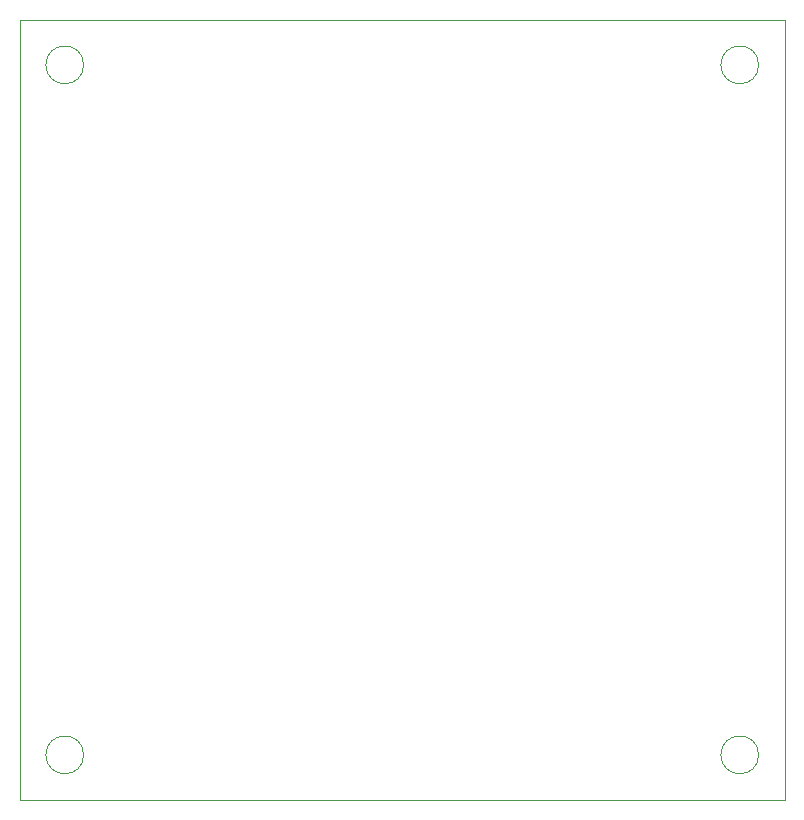
<source format=gbr>
%TF.GenerationSoftware,KiCad,Pcbnew,5.1.9-73d0e3b20d~88~ubuntu20.04.1*%
%TF.CreationDate,2021-01-06T22:16:02+03:00*%
%TF.ProjectId,RGBschildD2PAK,52474273-6368-4696-9c64-443250414b2e,rev?*%
%TF.SameCoordinates,Original*%
%TF.FileFunction,Profile,NP*%
%FSLAX46Y46*%
G04 Gerber Fmt 4.6, Leading zero omitted, Abs format (unit mm)*
G04 Created by KiCad (PCBNEW 5.1.9-73d0e3b20d~88~ubuntu20.04.1) date 2021-01-06 22:16:02*
%MOMM*%
%LPD*%
G01*
G04 APERTURE LIST*
%TA.AperFunction,Profile*%
%ADD10C,0.100000*%
%TD*%
G04 APERTURE END LIST*
D10*
X159080000Y-120650000D02*
G75*
G03*
X159080000Y-120650000I-1600000J0D01*
G01*
X101930000Y-120650000D02*
G75*
G03*
X101930000Y-120650000I-1600000J0D01*
G01*
X159080000Y-62230000D02*
G75*
G03*
X159080000Y-62230000I-1600000J0D01*
G01*
X101930000Y-62230000D02*
G75*
G03*
X101930000Y-62230000I-1600000J0D01*
G01*
X96520000Y-58420000D02*
X161290000Y-58420000D01*
X96520000Y-58420000D02*
X96520000Y-124460000D01*
X161290000Y-124460000D02*
X161290000Y-58420000D01*
X96520000Y-124460000D02*
X161290000Y-124460000D01*
M02*

</source>
